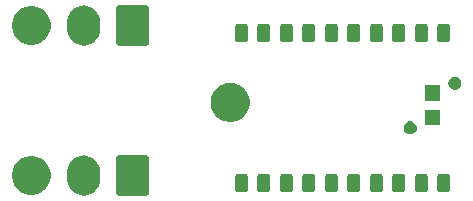
<source format=gbr>
G04 #@! TF.GenerationSoftware,KiCad,Pcbnew,(5.0.2)-1*
G04 #@! TF.CreationDate,2019-03-06T22:55:48-05:00*
G04 #@! TF.ProjectId,v2,76322e6b-6963-4616-945f-706362585858,rev?*
G04 #@! TF.SameCoordinates,Original*
G04 #@! TF.FileFunction,Soldermask,Top*
G04 #@! TF.FilePolarity,Negative*
%FSLAX46Y46*%
G04 Gerber Fmt 4.6, Leading zero omitted, Abs format (unit mm)*
G04 Created by KiCad (PCBNEW (5.0.2)-1) date 3/6/2019 10:55:48 PM*
%MOMM*%
%LPD*%
G01*
G04 APERTURE LIST*
%ADD10C,0.100000*%
G04 APERTURE END LIST*
D10*
G36*
X100268758Y-85948837D02*
X100268761Y-85948838D01*
X100268762Y-85948838D01*
X100527196Y-86027233D01*
X100765371Y-86154540D01*
X100806945Y-86188659D01*
X100974137Y-86325869D01*
X101145459Y-86534626D01*
X101272766Y-86772801D01*
X101351163Y-87031241D01*
X101371000Y-87232651D01*
X101371000Y-88027348D01*
X101351163Y-88228758D01*
X101351162Y-88228761D01*
X101351162Y-88228763D01*
X101272766Y-88487199D01*
X101145459Y-88725374D01*
X100974134Y-88934134D01*
X100765374Y-89105459D01*
X100582070Y-89203437D01*
X100527197Y-89232767D01*
X100268763Y-89311162D01*
X100268762Y-89311162D01*
X100268759Y-89311163D01*
X100000000Y-89337633D01*
X99731242Y-89311163D01*
X99731239Y-89311162D01*
X99731238Y-89311162D01*
X99472804Y-89232767D01*
X99234629Y-89105460D01*
X99089733Y-88986547D01*
X99025863Y-88934131D01*
X98854541Y-88725374D01*
X98727234Y-88487199D01*
X98648837Y-88228759D01*
X98629000Y-88027349D01*
X98629000Y-87232652D01*
X98648837Y-87031242D01*
X98648838Y-87031238D01*
X98727233Y-86772804D01*
X98854540Y-86534629D01*
X99025866Y-86325867D01*
X99025867Y-86325866D01*
X99025869Y-86325863D01*
X99234626Y-86154541D01*
X99472801Y-86027234D01*
X99472803Y-86027233D01*
X99731237Y-85948838D01*
X99731238Y-85948838D01*
X99731241Y-85948837D01*
X100000000Y-85922367D01*
X100268758Y-85948837D01*
X100268758Y-85948837D01*
G37*
G36*
X105383437Y-85932635D02*
X105413028Y-85941611D01*
X105440297Y-85956187D01*
X105464198Y-85975802D01*
X105483813Y-85999703D01*
X105498389Y-86026972D01*
X105507365Y-86056563D01*
X105511000Y-86093473D01*
X105511000Y-89166527D01*
X105507365Y-89203437D01*
X105498389Y-89233028D01*
X105483813Y-89260297D01*
X105464198Y-89284198D01*
X105440297Y-89303813D01*
X105413028Y-89318389D01*
X105383437Y-89327365D01*
X105346527Y-89331000D01*
X102933473Y-89331000D01*
X102896563Y-89327365D01*
X102866972Y-89318389D01*
X102839703Y-89303813D01*
X102815802Y-89284198D01*
X102796187Y-89260297D01*
X102781611Y-89233028D01*
X102772635Y-89203437D01*
X102769000Y-89166527D01*
X102769000Y-86093473D01*
X102772635Y-86056563D01*
X102781611Y-86026972D01*
X102796187Y-85999703D01*
X102815802Y-85975802D01*
X102839703Y-85956187D01*
X102866972Y-85941611D01*
X102896563Y-85932635D01*
X102933473Y-85929000D01*
X105346527Y-85929000D01*
X105383437Y-85932635D01*
X105383437Y-85932635D01*
G37*
G36*
X96038661Y-86052062D02*
X96337304Y-86175764D01*
X96606079Y-86355354D01*
X96834646Y-86583921D01*
X97014236Y-86852696D01*
X97137938Y-87151339D01*
X97201000Y-87468374D01*
X97201000Y-87791626D01*
X97137938Y-88108661D01*
X97014236Y-88407304D01*
X96834646Y-88676079D01*
X96606079Y-88904646D01*
X96337304Y-89084236D01*
X96038661Y-89207938D01*
X95721626Y-89271000D01*
X95398374Y-89271000D01*
X95081339Y-89207938D01*
X94782696Y-89084236D01*
X94513921Y-88904646D01*
X94285354Y-88676079D01*
X94105764Y-88407304D01*
X93982062Y-88108661D01*
X93919000Y-87791626D01*
X93919000Y-87468374D01*
X93982062Y-87151339D01*
X94105764Y-86852696D01*
X94285354Y-86583921D01*
X94513921Y-86355354D01*
X94782696Y-86175764D01*
X95081339Y-86052062D01*
X95398374Y-85989000D01*
X95721626Y-85989000D01*
X96038661Y-86052062D01*
X96038661Y-86052062D01*
G37*
G36*
X127039466Y-87518565D02*
X127078137Y-87530296D01*
X127113779Y-87549348D01*
X127145017Y-87574983D01*
X127170652Y-87606221D01*
X127189704Y-87641863D01*
X127201435Y-87680534D01*
X127206000Y-87726888D01*
X127206000Y-88803112D01*
X127201435Y-88849466D01*
X127189704Y-88888137D01*
X127170652Y-88923779D01*
X127145017Y-88955017D01*
X127113779Y-88980652D01*
X127078137Y-88999704D01*
X127039466Y-89011435D01*
X126993112Y-89016000D01*
X126341888Y-89016000D01*
X126295534Y-89011435D01*
X126256863Y-88999704D01*
X126221221Y-88980652D01*
X126189983Y-88955017D01*
X126164348Y-88923779D01*
X126145296Y-88888137D01*
X126133565Y-88849466D01*
X126129000Y-88803112D01*
X126129000Y-87726888D01*
X126133565Y-87680534D01*
X126145296Y-87641863D01*
X126164348Y-87606221D01*
X126189983Y-87574983D01*
X126221221Y-87549348D01*
X126256863Y-87530296D01*
X126295534Y-87518565D01*
X126341888Y-87514000D01*
X126993112Y-87514000D01*
X127039466Y-87518565D01*
X127039466Y-87518565D01*
G37*
G36*
X128974466Y-87518565D02*
X129013137Y-87530296D01*
X129048779Y-87549348D01*
X129080017Y-87574983D01*
X129105652Y-87606221D01*
X129124704Y-87641863D01*
X129136435Y-87680534D01*
X129141000Y-87726888D01*
X129141000Y-88803112D01*
X129136435Y-88849466D01*
X129124704Y-88888137D01*
X129105652Y-88923779D01*
X129080017Y-88955017D01*
X129048779Y-88980652D01*
X129013137Y-88999704D01*
X128974466Y-89011435D01*
X128928112Y-89016000D01*
X128276888Y-89016000D01*
X128230534Y-89011435D01*
X128191863Y-88999704D01*
X128156221Y-88980652D01*
X128124983Y-88955017D01*
X128099348Y-88923779D01*
X128080296Y-88888137D01*
X128068565Y-88849466D01*
X128064000Y-88803112D01*
X128064000Y-87726888D01*
X128068565Y-87680534D01*
X128080296Y-87641863D01*
X128099348Y-87606221D01*
X128124983Y-87574983D01*
X128156221Y-87549348D01*
X128191863Y-87530296D01*
X128230534Y-87518565D01*
X128276888Y-87514000D01*
X128928112Y-87514000D01*
X128974466Y-87518565D01*
X128974466Y-87518565D01*
G37*
G36*
X130849466Y-87518565D02*
X130888137Y-87530296D01*
X130923779Y-87549348D01*
X130955017Y-87574983D01*
X130980652Y-87606221D01*
X130999704Y-87641863D01*
X131011435Y-87680534D01*
X131016000Y-87726888D01*
X131016000Y-88803112D01*
X131011435Y-88849466D01*
X130999704Y-88888137D01*
X130980652Y-88923779D01*
X130955017Y-88955017D01*
X130923779Y-88980652D01*
X130888137Y-88999704D01*
X130849466Y-89011435D01*
X130803112Y-89016000D01*
X130151888Y-89016000D01*
X130105534Y-89011435D01*
X130066863Y-88999704D01*
X130031221Y-88980652D01*
X129999983Y-88955017D01*
X129974348Y-88923779D01*
X129955296Y-88888137D01*
X129943565Y-88849466D01*
X129939000Y-88803112D01*
X129939000Y-87726888D01*
X129943565Y-87680534D01*
X129955296Y-87641863D01*
X129974348Y-87606221D01*
X129999983Y-87574983D01*
X130031221Y-87549348D01*
X130066863Y-87530296D01*
X130105534Y-87518565D01*
X130151888Y-87514000D01*
X130803112Y-87514000D01*
X130849466Y-87518565D01*
X130849466Y-87518565D01*
G37*
G36*
X125164466Y-87518565D02*
X125203137Y-87530296D01*
X125238779Y-87549348D01*
X125270017Y-87574983D01*
X125295652Y-87606221D01*
X125314704Y-87641863D01*
X125326435Y-87680534D01*
X125331000Y-87726888D01*
X125331000Y-88803112D01*
X125326435Y-88849466D01*
X125314704Y-88888137D01*
X125295652Y-88923779D01*
X125270017Y-88955017D01*
X125238779Y-88980652D01*
X125203137Y-88999704D01*
X125164466Y-89011435D01*
X125118112Y-89016000D01*
X124466888Y-89016000D01*
X124420534Y-89011435D01*
X124381863Y-88999704D01*
X124346221Y-88980652D01*
X124314983Y-88955017D01*
X124289348Y-88923779D01*
X124270296Y-88888137D01*
X124258565Y-88849466D01*
X124254000Y-88803112D01*
X124254000Y-87726888D01*
X124258565Y-87680534D01*
X124270296Y-87641863D01*
X124289348Y-87606221D01*
X124314983Y-87574983D01*
X124346221Y-87549348D01*
X124381863Y-87530296D01*
X124420534Y-87518565D01*
X124466888Y-87514000D01*
X125118112Y-87514000D01*
X125164466Y-87518565D01*
X125164466Y-87518565D01*
G37*
G36*
X121354466Y-87518565D02*
X121393137Y-87530296D01*
X121428779Y-87549348D01*
X121460017Y-87574983D01*
X121485652Y-87606221D01*
X121504704Y-87641863D01*
X121516435Y-87680534D01*
X121521000Y-87726888D01*
X121521000Y-88803112D01*
X121516435Y-88849466D01*
X121504704Y-88888137D01*
X121485652Y-88923779D01*
X121460017Y-88955017D01*
X121428779Y-88980652D01*
X121393137Y-88999704D01*
X121354466Y-89011435D01*
X121308112Y-89016000D01*
X120656888Y-89016000D01*
X120610534Y-89011435D01*
X120571863Y-88999704D01*
X120536221Y-88980652D01*
X120504983Y-88955017D01*
X120479348Y-88923779D01*
X120460296Y-88888137D01*
X120448565Y-88849466D01*
X120444000Y-88803112D01*
X120444000Y-87726888D01*
X120448565Y-87680534D01*
X120460296Y-87641863D01*
X120479348Y-87606221D01*
X120504983Y-87574983D01*
X120536221Y-87549348D01*
X120571863Y-87530296D01*
X120610534Y-87518565D01*
X120656888Y-87514000D01*
X121308112Y-87514000D01*
X121354466Y-87518565D01*
X121354466Y-87518565D01*
G37*
G36*
X123229466Y-87518565D02*
X123268137Y-87530296D01*
X123303779Y-87549348D01*
X123335017Y-87574983D01*
X123360652Y-87606221D01*
X123379704Y-87641863D01*
X123391435Y-87680534D01*
X123396000Y-87726888D01*
X123396000Y-88803112D01*
X123391435Y-88849466D01*
X123379704Y-88888137D01*
X123360652Y-88923779D01*
X123335017Y-88955017D01*
X123303779Y-88980652D01*
X123268137Y-88999704D01*
X123229466Y-89011435D01*
X123183112Y-89016000D01*
X122531888Y-89016000D01*
X122485534Y-89011435D01*
X122446863Y-88999704D01*
X122411221Y-88980652D01*
X122379983Y-88955017D01*
X122354348Y-88923779D01*
X122335296Y-88888137D01*
X122323565Y-88849466D01*
X122319000Y-88803112D01*
X122319000Y-87726888D01*
X122323565Y-87680534D01*
X122335296Y-87641863D01*
X122354348Y-87606221D01*
X122379983Y-87574983D01*
X122411221Y-87549348D01*
X122446863Y-87530296D01*
X122485534Y-87518565D01*
X122531888Y-87514000D01*
X123183112Y-87514000D01*
X123229466Y-87518565D01*
X123229466Y-87518565D01*
G37*
G36*
X119419466Y-87518565D02*
X119458137Y-87530296D01*
X119493779Y-87549348D01*
X119525017Y-87574983D01*
X119550652Y-87606221D01*
X119569704Y-87641863D01*
X119581435Y-87680534D01*
X119586000Y-87726888D01*
X119586000Y-88803112D01*
X119581435Y-88849466D01*
X119569704Y-88888137D01*
X119550652Y-88923779D01*
X119525017Y-88955017D01*
X119493779Y-88980652D01*
X119458137Y-88999704D01*
X119419466Y-89011435D01*
X119373112Y-89016000D01*
X118721888Y-89016000D01*
X118675534Y-89011435D01*
X118636863Y-88999704D01*
X118601221Y-88980652D01*
X118569983Y-88955017D01*
X118544348Y-88923779D01*
X118525296Y-88888137D01*
X118513565Y-88849466D01*
X118509000Y-88803112D01*
X118509000Y-87726888D01*
X118513565Y-87680534D01*
X118525296Y-87641863D01*
X118544348Y-87606221D01*
X118569983Y-87574983D01*
X118601221Y-87549348D01*
X118636863Y-87530296D01*
X118675534Y-87518565D01*
X118721888Y-87514000D01*
X119373112Y-87514000D01*
X119419466Y-87518565D01*
X119419466Y-87518565D01*
G37*
G36*
X117544466Y-87518565D02*
X117583137Y-87530296D01*
X117618779Y-87549348D01*
X117650017Y-87574983D01*
X117675652Y-87606221D01*
X117694704Y-87641863D01*
X117706435Y-87680534D01*
X117711000Y-87726888D01*
X117711000Y-88803112D01*
X117706435Y-88849466D01*
X117694704Y-88888137D01*
X117675652Y-88923779D01*
X117650017Y-88955017D01*
X117618779Y-88980652D01*
X117583137Y-88999704D01*
X117544466Y-89011435D01*
X117498112Y-89016000D01*
X116846888Y-89016000D01*
X116800534Y-89011435D01*
X116761863Y-88999704D01*
X116726221Y-88980652D01*
X116694983Y-88955017D01*
X116669348Y-88923779D01*
X116650296Y-88888137D01*
X116638565Y-88849466D01*
X116634000Y-88803112D01*
X116634000Y-87726888D01*
X116638565Y-87680534D01*
X116650296Y-87641863D01*
X116669348Y-87606221D01*
X116694983Y-87574983D01*
X116726221Y-87549348D01*
X116761863Y-87530296D01*
X116800534Y-87518565D01*
X116846888Y-87514000D01*
X117498112Y-87514000D01*
X117544466Y-87518565D01*
X117544466Y-87518565D01*
G37*
G36*
X113734466Y-87518565D02*
X113773137Y-87530296D01*
X113808779Y-87549348D01*
X113840017Y-87574983D01*
X113865652Y-87606221D01*
X113884704Y-87641863D01*
X113896435Y-87680534D01*
X113901000Y-87726888D01*
X113901000Y-88803112D01*
X113896435Y-88849466D01*
X113884704Y-88888137D01*
X113865652Y-88923779D01*
X113840017Y-88955017D01*
X113808779Y-88980652D01*
X113773137Y-88999704D01*
X113734466Y-89011435D01*
X113688112Y-89016000D01*
X113036888Y-89016000D01*
X112990534Y-89011435D01*
X112951863Y-88999704D01*
X112916221Y-88980652D01*
X112884983Y-88955017D01*
X112859348Y-88923779D01*
X112840296Y-88888137D01*
X112828565Y-88849466D01*
X112824000Y-88803112D01*
X112824000Y-87726888D01*
X112828565Y-87680534D01*
X112840296Y-87641863D01*
X112859348Y-87606221D01*
X112884983Y-87574983D01*
X112916221Y-87549348D01*
X112951863Y-87530296D01*
X112990534Y-87518565D01*
X113036888Y-87514000D01*
X113688112Y-87514000D01*
X113734466Y-87518565D01*
X113734466Y-87518565D01*
G37*
G36*
X115609466Y-87518565D02*
X115648137Y-87530296D01*
X115683779Y-87549348D01*
X115715017Y-87574983D01*
X115740652Y-87606221D01*
X115759704Y-87641863D01*
X115771435Y-87680534D01*
X115776000Y-87726888D01*
X115776000Y-88803112D01*
X115771435Y-88849466D01*
X115759704Y-88888137D01*
X115740652Y-88923779D01*
X115715017Y-88955017D01*
X115683779Y-88980652D01*
X115648137Y-88999704D01*
X115609466Y-89011435D01*
X115563112Y-89016000D01*
X114911888Y-89016000D01*
X114865534Y-89011435D01*
X114826863Y-88999704D01*
X114791221Y-88980652D01*
X114759983Y-88955017D01*
X114734348Y-88923779D01*
X114715296Y-88888137D01*
X114703565Y-88849466D01*
X114699000Y-88803112D01*
X114699000Y-87726888D01*
X114703565Y-87680534D01*
X114715296Y-87641863D01*
X114734348Y-87606221D01*
X114759983Y-87574983D01*
X114791221Y-87549348D01*
X114826863Y-87530296D01*
X114865534Y-87518565D01*
X114911888Y-87514000D01*
X115563112Y-87514000D01*
X115609466Y-87518565D01*
X115609466Y-87518565D01*
G37*
G36*
X127810721Y-83055174D02*
X127910995Y-83096709D01*
X128001245Y-83157012D01*
X128077988Y-83233755D01*
X128138291Y-83324005D01*
X128179826Y-83424279D01*
X128201000Y-83530730D01*
X128201000Y-83639270D01*
X128179826Y-83745721D01*
X128138291Y-83845995D01*
X128077988Y-83936245D01*
X128001245Y-84012988D01*
X127910995Y-84073291D01*
X127810721Y-84114826D01*
X127704270Y-84136000D01*
X127595730Y-84136000D01*
X127489279Y-84114826D01*
X127389005Y-84073291D01*
X127298755Y-84012988D01*
X127222012Y-83936245D01*
X127161709Y-83845995D01*
X127120174Y-83745721D01*
X127099000Y-83639270D01*
X127099000Y-83530730D01*
X127120174Y-83424279D01*
X127161709Y-83324005D01*
X127222012Y-83233755D01*
X127298755Y-83157012D01*
X127389005Y-83096709D01*
X127489279Y-83055174D01*
X127595730Y-83034000D01*
X127704270Y-83034000D01*
X127810721Y-83055174D01*
X127810721Y-83055174D01*
G37*
G36*
X130191000Y-83396000D02*
X128889000Y-83396000D01*
X128889000Y-82094000D01*
X130191000Y-82094000D01*
X130191000Y-83396000D01*
X130191000Y-83396000D01*
G37*
G36*
X112770256Y-79836298D02*
X112876579Y-79857447D01*
X113177042Y-79981903D01*
X113437958Y-80156242D01*
X113447454Y-80162587D01*
X113677413Y-80392546D01*
X113858098Y-80662960D01*
X113982553Y-80963422D01*
X114046000Y-81282389D01*
X114046000Y-81607611D01*
X113982553Y-81926578D01*
X113858098Y-82227040D01*
X113677413Y-82497454D01*
X113447454Y-82727413D01*
X113447451Y-82727415D01*
X113177042Y-82908097D01*
X112876579Y-83032553D01*
X112770256Y-83053702D01*
X112557611Y-83096000D01*
X112232389Y-83096000D01*
X112019744Y-83053702D01*
X111913421Y-83032553D01*
X111612958Y-82908097D01*
X111342549Y-82727415D01*
X111342546Y-82727413D01*
X111112587Y-82497454D01*
X110931902Y-82227040D01*
X110807447Y-81926578D01*
X110744000Y-81607611D01*
X110744000Y-81282389D01*
X110807447Y-80963422D01*
X110931902Y-80662960D01*
X111112587Y-80392546D01*
X111342546Y-80162587D01*
X111352042Y-80156242D01*
X111612958Y-79981903D01*
X111913421Y-79857447D01*
X112019744Y-79836298D01*
X112232389Y-79794000D01*
X112557611Y-79794000D01*
X112770256Y-79836298D01*
X112770256Y-79836298D01*
G37*
G36*
X130191000Y-81296000D02*
X128889000Y-81296000D01*
X128889000Y-79994000D01*
X130191000Y-79994000D01*
X130191000Y-81296000D01*
X130191000Y-81296000D01*
G37*
G36*
X131590721Y-79275174D02*
X131690995Y-79316709D01*
X131781245Y-79377012D01*
X131857988Y-79453755D01*
X131918291Y-79544005D01*
X131959826Y-79644279D01*
X131981000Y-79750730D01*
X131981000Y-79859270D01*
X131959826Y-79965721D01*
X131918291Y-80065995D01*
X131857988Y-80156245D01*
X131781245Y-80232988D01*
X131690995Y-80293291D01*
X131590721Y-80334826D01*
X131484270Y-80356000D01*
X131375730Y-80356000D01*
X131269279Y-80334826D01*
X131169005Y-80293291D01*
X131078755Y-80232988D01*
X131002012Y-80156245D01*
X130941709Y-80065995D01*
X130900174Y-79965721D01*
X130879000Y-79859270D01*
X130879000Y-79750730D01*
X130900174Y-79644279D01*
X130941709Y-79544005D01*
X131002012Y-79453755D01*
X131078755Y-79377012D01*
X131169005Y-79316709D01*
X131269279Y-79275174D01*
X131375730Y-79254000D01*
X131484270Y-79254000D01*
X131590721Y-79275174D01*
X131590721Y-79275174D01*
G37*
G36*
X100268758Y-73248837D02*
X100268761Y-73248838D01*
X100268762Y-73248838D01*
X100527196Y-73327233D01*
X100765371Y-73454540D01*
X100806945Y-73488659D01*
X100974137Y-73625869D01*
X101145459Y-73834626D01*
X101272766Y-74072801D01*
X101351163Y-74331241D01*
X101371000Y-74532651D01*
X101371000Y-75327348D01*
X101351163Y-75528758D01*
X101351162Y-75528761D01*
X101351162Y-75528763D01*
X101272766Y-75787199D01*
X101145459Y-76025374D01*
X100974134Y-76234134D01*
X100765374Y-76405459D01*
X100582070Y-76503437D01*
X100527197Y-76532767D01*
X100268763Y-76611162D01*
X100268762Y-76611162D01*
X100268759Y-76611163D01*
X100000000Y-76637633D01*
X99731242Y-76611163D01*
X99731239Y-76611162D01*
X99731238Y-76611162D01*
X99472804Y-76532767D01*
X99234629Y-76405460D01*
X99089733Y-76286547D01*
X99025863Y-76234131D01*
X98854541Y-76025374D01*
X98727234Y-75787199D01*
X98648837Y-75528759D01*
X98629000Y-75327349D01*
X98629000Y-74532652D01*
X98648837Y-74331242D01*
X98648838Y-74331238D01*
X98727233Y-74072804D01*
X98854540Y-73834629D01*
X99025866Y-73625867D01*
X99025867Y-73625866D01*
X99025869Y-73625863D01*
X99234626Y-73454541D01*
X99472801Y-73327234D01*
X99472803Y-73327233D01*
X99731237Y-73248838D01*
X99731238Y-73248838D01*
X99731241Y-73248837D01*
X100000000Y-73222367D01*
X100268758Y-73248837D01*
X100268758Y-73248837D01*
G37*
G36*
X105383437Y-73232635D02*
X105413028Y-73241611D01*
X105440297Y-73256187D01*
X105464198Y-73275802D01*
X105483813Y-73299703D01*
X105498389Y-73326972D01*
X105507365Y-73356563D01*
X105511000Y-73393473D01*
X105511000Y-76466527D01*
X105507365Y-76503437D01*
X105498389Y-76533028D01*
X105483813Y-76560297D01*
X105464198Y-76584198D01*
X105440297Y-76603813D01*
X105413028Y-76618389D01*
X105383437Y-76627365D01*
X105346527Y-76631000D01*
X102933473Y-76631000D01*
X102896563Y-76627365D01*
X102866972Y-76618389D01*
X102839703Y-76603813D01*
X102815802Y-76584198D01*
X102796187Y-76560297D01*
X102781611Y-76533028D01*
X102772635Y-76503437D01*
X102769000Y-76466527D01*
X102769000Y-73393473D01*
X102772635Y-73356563D01*
X102781611Y-73326972D01*
X102796187Y-73299703D01*
X102815802Y-73275802D01*
X102839703Y-73256187D01*
X102866972Y-73241611D01*
X102896563Y-73232635D01*
X102933473Y-73229000D01*
X105346527Y-73229000D01*
X105383437Y-73232635D01*
X105383437Y-73232635D01*
G37*
G36*
X96038661Y-73352062D02*
X96337304Y-73475764D01*
X96606079Y-73655354D01*
X96834646Y-73883921D01*
X97014236Y-74152696D01*
X97137938Y-74451339D01*
X97201000Y-74768374D01*
X97201000Y-75091626D01*
X97137938Y-75408661D01*
X97014236Y-75707304D01*
X96834646Y-75976079D01*
X96606079Y-76204646D01*
X96337304Y-76384236D01*
X96038661Y-76507938D01*
X95721626Y-76571000D01*
X95398374Y-76571000D01*
X95081339Y-76507938D01*
X94782696Y-76384236D01*
X94513921Y-76204646D01*
X94285354Y-75976079D01*
X94105764Y-75707304D01*
X93982062Y-75408661D01*
X93919000Y-75091626D01*
X93919000Y-74768374D01*
X93982062Y-74451339D01*
X94105764Y-74152696D01*
X94285354Y-73883921D01*
X94513921Y-73655354D01*
X94782696Y-73475764D01*
X95081339Y-73352062D01*
X95398374Y-73289000D01*
X95721626Y-73289000D01*
X96038661Y-73352062D01*
X96038661Y-73352062D01*
G37*
G36*
X121354466Y-74818565D02*
X121393137Y-74830296D01*
X121428779Y-74849348D01*
X121460017Y-74874983D01*
X121485652Y-74906221D01*
X121504704Y-74941863D01*
X121516435Y-74980534D01*
X121521000Y-75026888D01*
X121521000Y-76103112D01*
X121516435Y-76149466D01*
X121504704Y-76188137D01*
X121485652Y-76223779D01*
X121460017Y-76255017D01*
X121428779Y-76280652D01*
X121393137Y-76299704D01*
X121354466Y-76311435D01*
X121308112Y-76316000D01*
X120656888Y-76316000D01*
X120610534Y-76311435D01*
X120571863Y-76299704D01*
X120536221Y-76280652D01*
X120504983Y-76255017D01*
X120479348Y-76223779D01*
X120460296Y-76188137D01*
X120448565Y-76149466D01*
X120444000Y-76103112D01*
X120444000Y-75026888D01*
X120448565Y-74980534D01*
X120460296Y-74941863D01*
X120479348Y-74906221D01*
X120504983Y-74874983D01*
X120536221Y-74849348D01*
X120571863Y-74830296D01*
X120610534Y-74818565D01*
X120656888Y-74814000D01*
X121308112Y-74814000D01*
X121354466Y-74818565D01*
X121354466Y-74818565D01*
G37*
G36*
X130849466Y-74818565D02*
X130888137Y-74830296D01*
X130923779Y-74849348D01*
X130955017Y-74874983D01*
X130980652Y-74906221D01*
X130999704Y-74941863D01*
X131011435Y-74980534D01*
X131016000Y-75026888D01*
X131016000Y-76103112D01*
X131011435Y-76149466D01*
X130999704Y-76188137D01*
X130980652Y-76223779D01*
X130955017Y-76255017D01*
X130923779Y-76280652D01*
X130888137Y-76299704D01*
X130849466Y-76311435D01*
X130803112Y-76316000D01*
X130151888Y-76316000D01*
X130105534Y-76311435D01*
X130066863Y-76299704D01*
X130031221Y-76280652D01*
X129999983Y-76255017D01*
X129974348Y-76223779D01*
X129955296Y-76188137D01*
X129943565Y-76149466D01*
X129939000Y-76103112D01*
X129939000Y-75026888D01*
X129943565Y-74980534D01*
X129955296Y-74941863D01*
X129974348Y-74906221D01*
X129999983Y-74874983D01*
X130031221Y-74849348D01*
X130066863Y-74830296D01*
X130105534Y-74818565D01*
X130151888Y-74814000D01*
X130803112Y-74814000D01*
X130849466Y-74818565D01*
X130849466Y-74818565D01*
G37*
G36*
X128974466Y-74818565D02*
X129013137Y-74830296D01*
X129048779Y-74849348D01*
X129080017Y-74874983D01*
X129105652Y-74906221D01*
X129124704Y-74941863D01*
X129136435Y-74980534D01*
X129141000Y-75026888D01*
X129141000Y-76103112D01*
X129136435Y-76149466D01*
X129124704Y-76188137D01*
X129105652Y-76223779D01*
X129080017Y-76255017D01*
X129048779Y-76280652D01*
X129013137Y-76299704D01*
X128974466Y-76311435D01*
X128928112Y-76316000D01*
X128276888Y-76316000D01*
X128230534Y-76311435D01*
X128191863Y-76299704D01*
X128156221Y-76280652D01*
X128124983Y-76255017D01*
X128099348Y-76223779D01*
X128080296Y-76188137D01*
X128068565Y-76149466D01*
X128064000Y-76103112D01*
X128064000Y-75026888D01*
X128068565Y-74980534D01*
X128080296Y-74941863D01*
X128099348Y-74906221D01*
X128124983Y-74874983D01*
X128156221Y-74849348D01*
X128191863Y-74830296D01*
X128230534Y-74818565D01*
X128276888Y-74814000D01*
X128928112Y-74814000D01*
X128974466Y-74818565D01*
X128974466Y-74818565D01*
G37*
G36*
X125164466Y-74818565D02*
X125203137Y-74830296D01*
X125238779Y-74849348D01*
X125270017Y-74874983D01*
X125295652Y-74906221D01*
X125314704Y-74941863D01*
X125326435Y-74980534D01*
X125331000Y-75026888D01*
X125331000Y-76103112D01*
X125326435Y-76149466D01*
X125314704Y-76188137D01*
X125295652Y-76223779D01*
X125270017Y-76255017D01*
X125238779Y-76280652D01*
X125203137Y-76299704D01*
X125164466Y-76311435D01*
X125118112Y-76316000D01*
X124466888Y-76316000D01*
X124420534Y-76311435D01*
X124381863Y-76299704D01*
X124346221Y-76280652D01*
X124314983Y-76255017D01*
X124289348Y-76223779D01*
X124270296Y-76188137D01*
X124258565Y-76149466D01*
X124254000Y-76103112D01*
X124254000Y-75026888D01*
X124258565Y-74980534D01*
X124270296Y-74941863D01*
X124289348Y-74906221D01*
X124314983Y-74874983D01*
X124346221Y-74849348D01*
X124381863Y-74830296D01*
X124420534Y-74818565D01*
X124466888Y-74814000D01*
X125118112Y-74814000D01*
X125164466Y-74818565D01*
X125164466Y-74818565D01*
G37*
G36*
X127039466Y-74818565D02*
X127078137Y-74830296D01*
X127113779Y-74849348D01*
X127145017Y-74874983D01*
X127170652Y-74906221D01*
X127189704Y-74941863D01*
X127201435Y-74980534D01*
X127206000Y-75026888D01*
X127206000Y-76103112D01*
X127201435Y-76149466D01*
X127189704Y-76188137D01*
X127170652Y-76223779D01*
X127145017Y-76255017D01*
X127113779Y-76280652D01*
X127078137Y-76299704D01*
X127039466Y-76311435D01*
X126993112Y-76316000D01*
X126341888Y-76316000D01*
X126295534Y-76311435D01*
X126256863Y-76299704D01*
X126221221Y-76280652D01*
X126189983Y-76255017D01*
X126164348Y-76223779D01*
X126145296Y-76188137D01*
X126133565Y-76149466D01*
X126129000Y-76103112D01*
X126129000Y-75026888D01*
X126133565Y-74980534D01*
X126145296Y-74941863D01*
X126164348Y-74906221D01*
X126189983Y-74874983D01*
X126221221Y-74849348D01*
X126256863Y-74830296D01*
X126295534Y-74818565D01*
X126341888Y-74814000D01*
X126993112Y-74814000D01*
X127039466Y-74818565D01*
X127039466Y-74818565D01*
G37*
G36*
X123229466Y-74818565D02*
X123268137Y-74830296D01*
X123303779Y-74849348D01*
X123335017Y-74874983D01*
X123360652Y-74906221D01*
X123379704Y-74941863D01*
X123391435Y-74980534D01*
X123396000Y-75026888D01*
X123396000Y-76103112D01*
X123391435Y-76149466D01*
X123379704Y-76188137D01*
X123360652Y-76223779D01*
X123335017Y-76255017D01*
X123303779Y-76280652D01*
X123268137Y-76299704D01*
X123229466Y-76311435D01*
X123183112Y-76316000D01*
X122531888Y-76316000D01*
X122485534Y-76311435D01*
X122446863Y-76299704D01*
X122411221Y-76280652D01*
X122379983Y-76255017D01*
X122354348Y-76223779D01*
X122335296Y-76188137D01*
X122323565Y-76149466D01*
X122319000Y-76103112D01*
X122319000Y-75026888D01*
X122323565Y-74980534D01*
X122335296Y-74941863D01*
X122354348Y-74906221D01*
X122379983Y-74874983D01*
X122411221Y-74849348D01*
X122446863Y-74830296D01*
X122485534Y-74818565D01*
X122531888Y-74814000D01*
X123183112Y-74814000D01*
X123229466Y-74818565D01*
X123229466Y-74818565D01*
G37*
G36*
X113734466Y-74818565D02*
X113773137Y-74830296D01*
X113808779Y-74849348D01*
X113840017Y-74874983D01*
X113865652Y-74906221D01*
X113884704Y-74941863D01*
X113896435Y-74980534D01*
X113901000Y-75026888D01*
X113901000Y-76103112D01*
X113896435Y-76149466D01*
X113884704Y-76188137D01*
X113865652Y-76223779D01*
X113840017Y-76255017D01*
X113808779Y-76280652D01*
X113773137Y-76299704D01*
X113734466Y-76311435D01*
X113688112Y-76316000D01*
X113036888Y-76316000D01*
X112990534Y-76311435D01*
X112951863Y-76299704D01*
X112916221Y-76280652D01*
X112884983Y-76255017D01*
X112859348Y-76223779D01*
X112840296Y-76188137D01*
X112828565Y-76149466D01*
X112824000Y-76103112D01*
X112824000Y-75026888D01*
X112828565Y-74980534D01*
X112840296Y-74941863D01*
X112859348Y-74906221D01*
X112884983Y-74874983D01*
X112916221Y-74849348D01*
X112951863Y-74830296D01*
X112990534Y-74818565D01*
X113036888Y-74814000D01*
X113688112Y-74814000D01*
X113734466Y-74818565D01*
X113734466Y-74818565D01*
G37*
G36*
X117544466Y-74818565D02*
X117583137Y-74830296D01*
X117618779Y-74849348D01*
X117650017Y-74874983D01*
X117675652Y-74906221D01*
X117694704Y-74941863D01*
X117706435Y-74980534D01*
X117711000Y-75026888D01*
X117711000Y-76103112D01*
X117706435Y-76149466D01*
X117694704Y-76188137D01*
X117675652Y-76223779D01*
X117650017Y-76255017D01*
X117618779Y-76280652D01*
X117583137Y-76299704D01*
X117544466Y-76311435D01*
X117498112Y-76316000D01*
X116846888Y-76316000D01*
X116800534Y-76311435D01*
X116761863Y-76299704D01*
X116726221Y-76280652D01*
X116694983Y-76255017D01*
X116669348Y-76223779D01*
X116650296Y-76188137D01*
X116638565Y-76149466D01*
X116634000Y-76103112D01*
X116634000Y-75026888D01*
X116638565Y-74980534D01*
X116650296Y-74941863D01*
X116669348Y-74906221D01*
X116694983Y-74874983D01*
X116726221Y-74849348D01*
X116761863Y-74830296D01*
X116800534Y-74818565D01*
X116846888Y-74814000D01*
X117498112Y-74814000D01*
X117544466Y-74818565D01*
X117544466Y-74818565D01*
G37*
G36*
X119419466Y-74818565D02*
X119458137Y-74830296D01*
X119493779Y-74849348D01*
X119525017Y-74874983D01*
X119550652Y-74906221D01*
X119569704Y-74941863D01*
X119581435Y-74980534D01*
X119586000Y-75026888D01*
X119586000Y-76103112D01*
X119581435Y-76149466D01*
X119569704Y-76188137D01*
X119550652Y-76223779D01*
X119525017Y-76255017D01*
X119493779Y-76280652D01*
X119458137Y-76299704D01*
X119419466Y-76311435D01*
X119373112Y-76316000D01*
X118721888Y-76316000D01*
X118675534Y-76311435D01*
X118636863Y-76299704D01*
X118601221Y-76280652D01*
X118569983Y-76255017D01*
X118544348Y-76223779D01*
X118525296Y-76188137D01*
X118513565Y-76149466D01*
X118509000Y-76103112D01*
X118509000Y-75026888D01*
X118513565Y-74980534D01*
X118525296Y-74941863D01*
X118544348Y-74906221D01*
X118569983Y-74874983D01*
X118601221Y-74849348D01*
X118636863Y-74830296D01*
X118675534Y-74818565D01*
X118721888Y-74814000D01*
X119373112Y-74814000D01*
X119419466Y-74818565D01*
X119419466Y-74818565D01*
G37*
G36*
X115609466Y-74818565D02*
X115648137Y-74830296D01*
X115683779Y-74849348D01*
X115715017Y-74874983D01*
X115740652Y-74906221D01*
X115759704Y-74941863D01*
X115771435Y-74980534D01*
X115776000Y-75026888D01*
X115776000Y-76103112D01*
X115771435Y-76149466D01*
X115759704Y-76188137D01*
X115740652Y-76223779D01*
X115715017Y-76255017D01*
X115683779Y-76280652D01*
X115648137Y-76299704D01*
X115609466Y-76311435D01*
X115563112Y-76316000D01*
X114911888Y-76316000D01*
X114865534Y-76311435D01*
X114826863Y-76299704D01*
X114791221Y-76280652D01*
X114759983Y-76255017D01*
X114734348Y-76223779D01*
X114715296Y-76188137D01*
X114703565Y-76149466D01*
X114699000Y-76103112D01*
X114699000Y-75026888D01*
X114703565Y-74980534D01*
X114715296Y-74941863D01*
X114734348Y-74906221D01*
X114759983Y-74874983D01*
X114791221Y-74849348D01*
X114826863Y-74830296D01*
X114865534Y-74818565D01*
X114911888Y-74814000D01*
X115563112Y-74814000D01*
X115609466Y-74818565D01*
X115609466Y-74818565D01*
G37*
M02*

</source>
